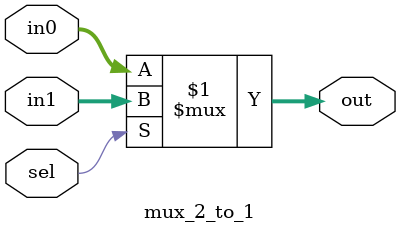
<source format=v>
module mux_2_to_1 #(
    parameter WIDTH = 32
) (
    input   wire                sel,
    input   wire [WIDTH-1: 0]   in0,
    input   wire [WIDTH-1: 0]   in1,
    output  wire [WIDTH-1: 0 ]  out
);
    
    assign out = (sel)? in1 : in0;
    
endmodule
</source>
